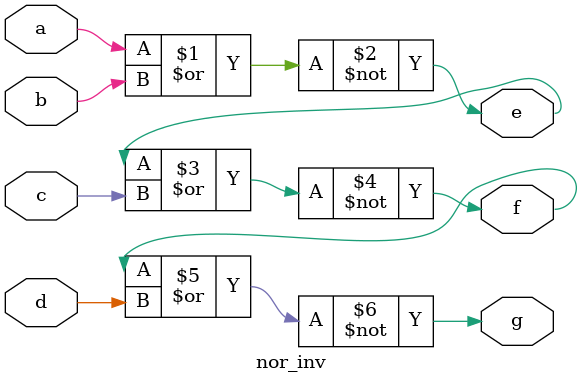
<source format=v>
`timescale 1ns / 1ps
module nor_inv(
input a, b, c, d,
output e, f, g
    );
assign e = ~(a | b);
assign f = ~(e | c);
assign g = ~(f | d);
endmodule
</source>
